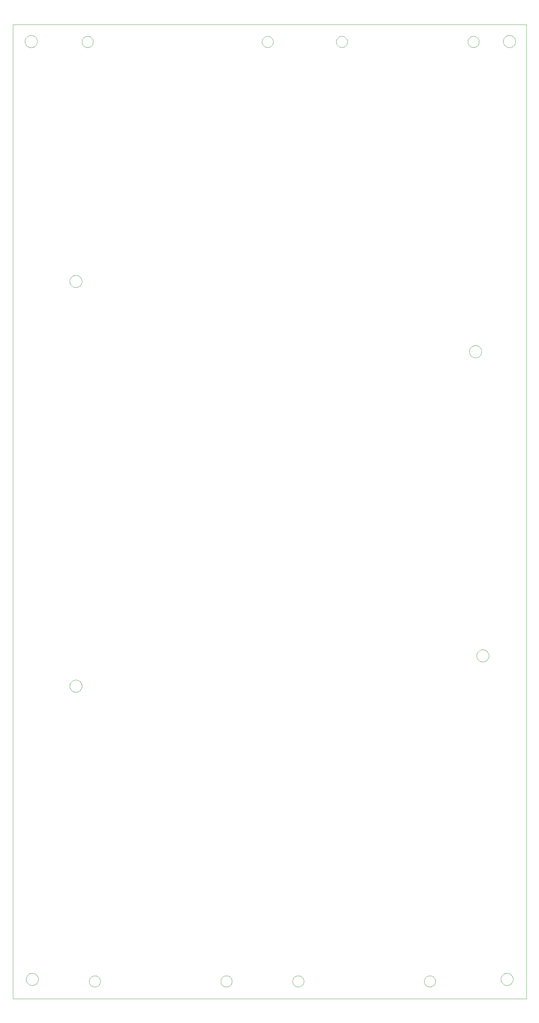
<source format=gm1>
G75*
G70*
%OFA0B0*%
%FSLAX24Y24*%
%IPPOS*%
%LPD*%
%AMOC8*
5,1,8,0,0,1.08239X$1,22.5*
%
%ADD10C,0.0000*%
D10*
X000100Y002625D02*
X000100Y103125D01*
X053100Y103125D01*
X053100Y002625D01*
X000100Y002625D01*
X001470Y004625D02*
X001472Y004675D01*
X001478Y004725D01*
X001488Y004774D01*
X001502Y004822D01*
X001519Y004869D01*
X001540Y004914D01*
X001565Y004958D01*
X001593Y004999D01*
X001625Y005038D01*
X001659Y005075D01*
X001696Y005109D01*
X001736Y005139D01*
X001778Y005166D01*
X001822Y005190D01*
X001868Y005211D01*
X001915Y005227D01*
X001963Y005240D01*
X002013Y005249D01*
X002062Y005254D01*
X002113Y005255D01*
X002163Y005252D01*
X002212Y005245D01*
X002261Y005234D01*
X002309Y005219D01*
X002355Y005201D01*
X002400Y005179D01*
X002443Y005153D01*
X002484Y005124D01*
X002523Y005092D01*
X002559Y005057D01*
X002591Y005019D01*
X002621Y004979D01*
X002648Y004936D01*
X002671Y004892D01*
X002690Y004846D01*
X002706Y004798D01*
X002718Y004749D01*
X002726Y004700D01*
X002730Y004650D01*
X002730Y004600D01*
X002726Y004550D01*
X002718Y004501D01*
X002706Y004452D01*
X002690Y004404D01*
X002671Y004358D01*
X002648Y004314D01*
X002621Y004271D01*
X002591Y004231D01*
X002559Y004193D01*
X002523Y004158D01*
X002484Y004126D01*
X002443Y004097D01*
X002400Y004071D01*
X002355Y004049D01*
X002309Y004031D01*
X002261Y004016D01*
X002212Y004005D01*
X002163Y003998D01*
X002113Y003995D01*
X002062Y003996D01*
X002013Y004001D01*
X001963Y004010D01*
X001915Y004023D01*
X001868Y004039D01*
X001822Y004060D01*
X001778Y004084D01*
X001736Y004111D01*
X001696Y004141D01*
X001659Y004175D01*
X001625Y004212D01*
X001593Y004251D01*
X001565Y004292D01*
X001540Y004336D01*
X001519Y004381D01*
X001502Y004428D01*
X001488Y004476D01*
X001478Y004525D01*
X001472Y004575D01*
X001470Y004625D01*
X007980Y004415D02*
X007982Y004463D01*
X007988Y004510D01*
X007998Y004557D01*
X008011Y004603D01*
X008029Y004648D01*
X008050Y004691D01*
X008074Y004732D01*
X008102Y004771D01*
X008133Y004808D01*
X008167Y004842D01*
X008204Y004873D01*
X008243Y004901D01*
X008284Y004925D01*
X008327Y004946D01*
X008372Y004964D01*
X008418Y004977D01*
X008465Y004987D01*
X008512Y004993D01*
X008560Y004995D01*
X008608Y004993D01*
X008655Y004987D01*
X008702Y004977D01*
X008748Y004964D01*
X008793Y004946D01*
X008836Y004925D01*
X008877Y004901D01*
X008916Y004873D01*
X008953Y004842D01*
X008987Y004808D01*
X009018Y004771D01*
X009046Y004732D01*
X009070Y004691D01*
X009091Y004648D01*
X009109Y004603D01*
X009122Y004557D01*
X009132Y004510D01*
X009138Y004463D01*
X009140Y004415D01*
X009138Y004367D01*
X009132Y004320D01*
X009122Y004273D01*
X009109Y004227D01*
X009091Y004182D01*
X009070Y004139D01*
X009046Y004098D01*
X009018Y004059D01*
X008987Y004022D01*
X008953Y003988D01*
X008916Y003957D01*
X008877Y003929D01*
X008836Y003905D01*
X008793Y003884D01*
X008748Y003866D01*
X008702Y003853D01*
X008655Y003843D01*
X008608Y003837D01*
X008560Y003835D01*
X008512Y003837D01*
X008465Y003843D01*
X008418Y003853D01*
X008372Y003866D01*
X008327Y003884D01*
X008284Y003905D01*
X008243Y003929D01*
X008204Y003957D01*
X008167Y003988D01*
X008133Y004022D01*
X008102Y004059D01*
X008074Y004098D01*
X008050Y004139D01*
X008029Y004182D01*
X008011Y004227D01*
X007998Y004273D01*
X007988Y004320D01*
X007982Y004367D01*
X007980Y004415D01*
X021560Y004415D02*
X021562Y004463D01*
X021568Y004510D01*
X021578Y004557D01*
X021591Y004603D01*
X021609Y004648D01*
X021630Y004691D01*
X021654Y004732D01*
X021682Y004771D01*
X021713Y004808D01*
X021747Y004842D01*
X021784Y004873D01*
X021823Y004901D01*
X021864Y004925D01*
X021907Y004946D01*
X021952Y004964D01*
X021998Y004977D01*
X022045Y004987D01*
X022092Y004993D01*
X022140Y004995D01*
X022188Y004993D01*
X022235Y004987D01*
X022282Y004977D01*
X022328Y004964D01*
X022373Y004946D01*
X022416Y004925D01*
X022457Y004901D01*
X022496Y004873D01*
X022533Y004842D01*
X022567Y004808D01*
X022598Y004771D01*
X022626Y004732D01*
X022650Y004691D01*
X022671Y004648D01*
X022689Y004603D01*
X022702Y004557D01*
X022712Y004510D01*
X022718Y004463D01*
X022720Y004415D01*
X022718Y004367D01*
X022712Y004320D01*
X022702Y004273D01*
X022689Y004227D01*
X022671Y004182D01*
X022650Y004139D01*
X022626Y004098D01*
X022598Y004059D01*
X022567Y004022D01*
X022533Y003988D01*
X022496Y003957D01*
X022457Y003929D01*
X022416Y003905D01*
X022373Y003884D01*
X022328Y003866D01*
X022282Y003853D01*
X022235Y003843D01*
X022188Y003837D01*
X022140Y003835D01*
X022092Y003837D01*
X022045Y003843D01*
X021998Y003853D01*
X021952Y003866D01*
X021907Y003884D01*
X021864Y003905D01*
X021823Y003929D01*
X021784Y003957D01*
X021747Y003988D01*
X021713Y004022D01*
X021682Y004059D01*
X021654Y004098D01*
X021630Y004139D01*
X021609Y004182D01*
X021591Y004227D01*
X021578Y004273D01*
X021568Y004320D01*
X021562Y004367D01*
X021560Y004415D01*
X028980Y004415D02*
X028982Y004463D01*
X028988Y004510D01*
X028998Y004557D01*
X029011Y004603D01*
X029029Y004648D01*
X029050Y004691D01*
X029074Y004732D01*
X029102Y004771D01*
X029133Y004808D01*
X029167Y004842D01*
X029204Y004873D01*
X029243Y004901D01*
X029284Y004925D01*
X029327Y004946D01*
X029372Y004964D01*
X029418Y004977D01*
X029465Y004987D01*
X029512Y004993D01*
X029560Y004995D01*
X029608Y004993D01*
X029655Y004987D01*
X029702Y004977D01*
X029748Y004964D01*
X029793Y004946D01*
X029836Y004925D01*
X029877Y004901D01*
X029916Y004873D01*
X029953Y004842D01*
X029987Y004808D01*
X030018Y004771D01*
X030046Y004732D01*
X030070Y004691D01*
X030091Y004648D01*
X030109Y004603D01*
X030122Y004557D01*
X030132Y004510D01*
X030138Y004463D01*
X030140Y004415D01*
X030138Y004367D01*
X030132Y004320D01*
X030122Y004273D01*
X030109Y004227D01*
X030091Y004182D01*
X030070Y004139D01*
X030046Y004098D01*
X030018Y004059D01*
X029987Y004022D01*
X029953Y003988D01*
X029916Y003957D01*
X029877Y003929D01*
X029836Y003905D01*
X029793Y003884D01*
X029748Y003866D01*
X029702Y003853D01*
X029655Y003843D01*
X029608Y003837D01*
X029560Y003835D01*
X029512Y003837D01*
X029465Y003843D01*
X029418Y003853D01*
X029372Y003866D01*
X029327Y003884D01*
X029284Y003905D01*
X029243Y003929D01*
X029204Y003957D01*
X029167Y003988D01*
X029133Y004022D01*
X029102Y004059D01*
X029074Y004098D01*
X029050Y004139D01*
X029029Y004182D01*
X029011Y004227D01*
X028998Y004273D01*
X028988Y004320D01*
X028982Y004367D01*
X028980Y004415D01*
X042560Y004415D02*
X042562Y004463D01*
X042568Y004510D01*
X042578Y004557D01*
X042591Y004603D01*
X042609Y004648D01*
X042630Y004691D01*
X042654Y004732D01*
X042682Y004771D01*
X042713Y004808D01*
X042747Y004842D01*
X042784Y004873D01*
X042823Y004901D01*
X042864Y004925D01*
X042907Y004946D01*
X042952Y004964D01*
X042998Y004977D01*
X043045Y004987D01*
X043092Y004993D01*
X043140Y004995D01*
X043188Y004993D01*
X043235Y004987D01*
X043282Y004977D01*
X043328Y004964D01*
X043373Y004946D01*
X043416Y004925D01*
X043457Y004901D01*
X043496Y004873D01*
X043533Y004842D01*
X043567Y004808D01*
X043598Y004771D01*
X043626Y004732D01*
X043650Y004691D01*
X043671Y004648D01*
X043689Y004603D01*
X043702Y004557D01*
X043712Y004510D01*
X043718Y004463D01*
X043720Y004415D01*
X043718Y004367D01*
X043712Y004320D01*
X043702Y004273D01*
X043689Y004227D01*
X043671Y004182D01*
X043650Y004139D01*
X043626Y004098D01*
X043598Y004059D01*
X043567Y004022D01*
X043533Y003988D01*
X043496Y003957D01*
X043457Y003929D01*
X043416Y003905D01*
X043373Y003884D01*
X043328Y003866D01*
X043282Y003853D01*
X043235Y003843D01*
X043188Y003837D01*
X043140Y003835D01*
X043092Y003837D01*
X043045Y003843D01*
X042998Y003853D01*
X042952Y003866D01*
X042907Y003884D01*
X042864Y003905D01*
X042823Y003929D01*
X042784Y003957D01*
X042747Y003988D01*
X042713Y004022D01*
X042682Y004059D01*
X042654Y004098D01*
X042630Y004139D01*
X042609Y004182D01*
X042591Y004227D01*
X042578Y004273D01*
X042568Y004320D01*
X042562Y004367D01*
X042560Y004415D01*
X050470Y004625D02*
X050472Y004675D01*
X050478Y004725D01*
X050488Y004774D01*
X050502Y004822D01*
X050519Y004869D01*
X050540Y004914D01*
X050565Y004958D01*
X050593Y004999D01*
X050625Y005038D01*
X050659Y005075D01*
X050696Y005109D01*
X050736Y005139D01*
X050778Y005166D01*
X050822Y005190D01*
X050868Y005211D01*
X050915Y005227D01*
X050963Y005240D01*
X051013Y005249D01*
X051062Y005254D01*
X051113Y005255D01*
X051163Y005252D01*
X051212Y005245D01*
X051261Y005234D01*
X051309Y005219D01*
X051355Y005201D01*
X051400Y005179D01*
X051443Y005153D01*
X051484Y005124D01*
X051523Y005092D01*
X051559Y005057D01*
X051591Y005019D01*
X051621Y004979D01*
X051648Y004936D01*
X051671Y004892D01*
X051690Y004846D01*
X051706Y004798D01*
X051718Y004749D01*
X051726Y004700D01*
X051730Y004650D01*
X051730Y004600D01*
X051726Y004550D01*
X051718Y004501D01*
X051706Y004452D01*
X051690Y004404D01*
X051671Y004358D01*
X051648Y004314D01*
X051621Y004271D01*
X051591Y004231D01*
X051559Y004193D01*
X051523Y004158D01*
X051484Y004126D01*
X051443Y004097D01*
X051400Y004071D01*
X051355Y004049D01*
X051309Y004031D01*
X051261Y004016D01*
X051212Y004005D01*
X051163Y003998D01*
X051113Y003995D01*
X051062Y003996D01*
X051013Y004001D01*
X050963Y004010D01*
X050915Y004023D01*
X050868Y004039D01*
X050822Y004060D01*
X050778Y004084D01*
X050736Y004111D01*
X050696Y004141D01*
X050659Y004175D01*
X050625Y004212D01*
X050593Y004251D01*
X050565Y004292D01*
X050540Y004336D01*
X050519Y004381D01*
X050502Y004428D01*
X050488Y004476D01*
X050478Y004525D01*
X050472Y004575D01*
X050470Y004625D01*
X047970Y038000D02*
X047972Y038050D01*
X047978Y038100D01*
X047988Y038149D01*
X048002Y038197D01*
X048019Y038244D01*
X048040Y038289D01*
X048065Y038333D01*
X048093Y038374D01*
X048125Y038413D01*
X048159Y038450D01*
X048196Y038484D01*
X048236Y038514D01*
X048278Y038541D01*
X048322Y038565D01*
X048368Y038586D01*
X048415Y038602D01*
X048463Y038615D01*
X048513Y038624D01*
X048562Y038629D01*
X048613Y038630D01*
X048663Y038627D01*
X048712Y038620D01*
X048761Y038609D01*
X048809Y038594D01*
X048855Y038576D01*
X048900Y038554D01*
X048943Y038528D01*
X048984Y038499D01*
X049023Y038467D01*
X049059Y038432D01*
X049091Y038394D01*
X049121Y038354D01*
X049148Y038311D01*
X049171Y038267D01*
X049190Y038221D01*
X049206Y038173D01*
X049218Y038124D01*
X049226Y038075D01*
X049230Y038025D01*
X049230Y037975D01*
X049226Y037925D01*
X049218Y037876D01*
X049206Y037827D01*
X049190Y037779D01*
X049171Y037733D01*
X049148Y037689D01*
X049121Y037646D01*
X049091Y037606D01*
X049059Y037568D01*
X049023Y037533D01*
X048984Y037501D01*
X048943Y037472D01*
X048900Y037446D01*
X048855Y037424D01*
X048809Y037406D01*
X048761Y037391D01*
X048712Y037380D01*
X048663Y037373D01*
X048613Y037370D01*
X048562Y037371D01*
X048513Y037376D01*
X048463Y037385D01*
X048415Y037398D01*
X048368Y037414D01*
X048322Y037435D01*
X048278Y037459D01*
X048236Y037486D01*
X048196Y037516D01*
X048159Y037550D01*
X048125Y037587D01*
X048093Y037626D01*
X048065Y037667D01*
X048040Y037711D01*
X048019Y037756D01*
X048002Y037803D01*
X047988Y037851D01*
X047978Y037900D01*
X047972Y037950D01*
X047970Y038000D01*
X047220Y069375D02*
X047222Y069425D01*
X047228Y069475D01*
X047238Y069524D01*
X047252Y069572D01*
X047269Y069619D01*
X047290Y069664D01*
X047315Y069708D01*
X047343Y069749D01*
X047375Y069788D01*
X047409Y069825D01*
X047446Y069859D01*
X047486Y069889D01*
X047528Y069916D01*
X047572Y069940D01*
X047618Y069961D01*
X047665Y069977D01*
X047713Y069990D01*
X047763Y069999D01*
X047812Y070004D01*
X047863Y070005D01*
X047913Y070002D01*
X047962Y069995D01*
X048011Y069984D01*
X048059Y069969D01*
X048105Y069951D01*
X048150Y069929D01*
X048193Y069903D01*
X048234Y069874D01*
X048273Y069842D01*
X048309Y069807D01*
X048341Y069769D01*
X048371Y069729D01*
X048398Y069686D01*
X048421Y069642D01*
X048440Y069596D01*
X048456Y069548D01*
X048468Y069499D01*
X048476Y069450D01*
X048480Y069400D01*
X048480Y069350D01*
X048476Y069300D01*
X048468Y069251D01*
X048456Y069202D01*
X048440Y069154D01*
X048421Y069108D01*
X048398Y069064D01*
X048371Y069021D01*
X048341Y068981D01*
X048309Y068943D01*
X048273Y068908D01*
X048234Y068876D01*
X048193Y068847D01*
X048150Y068821D01*
X048105Y068799D01*
X048059Y068781D01*
X048011Y068766D01*
X047962Y068755D01*
X047913Y068748D01*
X047863Y068745D01*
X047812Y068746D01*
X047763Y068751D01*
X047713Y068760D01*
X047665Y068773D01*
X047618Y068789D01*
X047572Y068810D01*
X047528Y068834D01*
X047486Y068861D01*
X047446Y068891D01*
X047409Y068925D01*
X047375Y068962D01*
X047343Y069001D01*
X047315Y069042D01*
X047290Y069086D01*
X047269Y069131D01*
X047252Y069178D01*
X047238Y069226D01*
X047228Y069275D01*
X047222Y069325D01*
X047220Y069375D01*
X047060Y101335D02*
X047062Y101383D01*
X047068Y101430D01*
X047078Y101477D01*
X047091Y101523D01*
X047109Y101568D01*
X047130Y101611D01*
X047154Y101652D01*
X047182Y101691D01*
X047213Y101728D01*
X047247Y101762D01*
X047284Y101793D01*
X047323Y101821D01*
X047364Y101845D01*
X047407Y101866D01*
X047452Y101884D01*
X047498Y101897D01*
X047545Y101907D01*
X047592Y101913D01*
X047640Y101915D01*
X047688Y101913D01*
X047735Y101907D01*
X047782Y101897D01*
X047828Y101884D01*
X047873Y101866D01*
X047916Y101845D01*
X047957Y101821D01*
X047996Y101793D01*
X048033Y101762D01*
X048067Y101728D01*
X048098Y101691D01*
X048126Y101652D01*
X048150Y101611D01*
X048171Y101568D01*
X048189Y101523D01*
X048202Y101477D01*
X048212Y101430D01*
X048218Y101383D01*
X048220Y101335D01*
X048218Y101287D01*
X048212Y101240D01*
X048202Y101193D01*
X048189Y101147D01*
X048171Y101102D01*
X048150Y101059D01*
X048126Y101018D01*
X048098Y100979D01*
X048067Y100942D01*
X048033Y100908D01*
X047996Y100877D01*
X047957Y100849D01*
X047916Y100825D01*
X047873Y100804D01*
X047828Y100786D01*
X047782Y100773D01*
X047735Y100763D01*
X047688Y100757D01*
X047640Y100755D01*
X047592Y100757D01*
X047545Y100763D01*
X047498Y100773D01*
X047452Y100786D01*
X047407Y100804D01*
X047364Y100825D01*
X047323Y100849D01*
X047284Y100877D01*
X047247Y100908D01*
X047213Y100942D01*
X047182Y100979D01*
X047154Y101018D01*
X047130Y101059D01*
X047109Y101102D01*
X047091Y101147D01*
X047078Y101193D01*
X047068Y101240D01*
X047062Y101287D01*
X047060Y101335D01*
X050720Y101375D02*
X050722Y101425D01*
X050728Y101475D01*
X050738Y101524D01*
X050752Y101572D01*
X050769Y101619D01*
X050790Y101664D01*
X050815Y101708D01*
X050843Y101749D01*
X050875Y101788D01*
X050909Y101825D01*
X050946Y101859D01*
X050986Y101889D01*
X051028Y101916D01*
X051072Y101940D01*
X051118Y101961D01*
X051165Y101977D01*
X051213Y101990D01*
X051263Y101999D01*
X051312Y102004D01*
X051363Y102005D01*
X051413Y102002D01*
X051462Y101995D01*
X051511Y101984D01*
X051559Y101969D01*
X051605Y101951D01*
X051650Y101929D01*
X051693Y101903D01*
X051734Y101874D01*
X051773Y101842D01*
X051809Y101807D01*
X051841Y101769D01*
X051871Y101729D01*
X051898Y101686D01*
X051921Y101642D01*
X051940Y101596D01*
X051956Y101548D01*
X051968Y101499D01*
X051976Y101450D01*
X051980Y101400D01*
X051980Y101350D01*
X051976Y101300D01*
X051968Y101251D01*
X051956Y101202D01*
X051940Y101154D01*
X051921Y101108D01*
X051898Y101064D01*
X051871Y101021D01*
X051841Y100981D01*
X051809Y100943D01*
X051773Y100908D01*
X051734Y100876D01*
X051693Y100847D01*
X051650Y100821D01*
X051605Y100799D01*
X051559Y100781D01*
X051511Y100766D01*
X051462Y100755D01*
X051413Y100748D01*
X051363Y100745D01*
X051312Y100746D01*
X051263Y100751D01*
X051213Y100760D01*
X051165Y100773D01*
X051118Y100789D01*
X051072Y100810D01*
X051028Y100834D01*
X050986Y100861D01*
X050946Y100891D01*
X050909Y100925D01*
X050875Y100962D01*
X050843Y101001D01*
X050815Y101042D01*
X050790Y101086D01*
X050769Y101131D01*
X050752Y101178D01*
X050738Y101226D01*
X050728Y101275D01*
X050722Y101325D01*
X050720Y101375D01*
X033480Y101335D02*
X033482Y101383D01*
X033488Y101430D01*
X033498Y101477D01*
X033511Y101523D01*
X033529Y101568D01*
X033550Y101611D01*
X033574Y101652D01*
X033602Y101691D01*
X033633Y101728D01*
X033667Y101762D01*
X033704Y101793D01*
X033743Y101821D01*
X033784Y101845D01*
X033827Y101866D01*
X033872Y101884D01*
X033918Y101897D01*
X033965Y101907D01*
X034012Y101913D01*
X034060Y101915D01*
X034108Y101913D01*
X034155Y101907D01*
X034202Y101897D01*
X034248Y101884D01*
X034293Y101866D01*
X034336Y101845D01*
X034377Y101821D01*
X034416Y101793D01*
X034453Y101762D01*
X034487Y101728D01*
X034518Y101691D01*
X034546Y101652D01*
X034570Y101611D01*
X034591Y101568D01*
X034609Y101523D01*
X034622Y101477D01*
X034632Y101430D01*
X034638Y101383D01*
X034640Y101335D01*
X034638Y101287D01*
X034632Y101240D01*
X034622Y101193D01*
X034609Y101147D01*
X034591Y101102D01*
X034570Y101059D01*
X034546Y101018D01*
X034518Y100979D01*
X034487Y100942D01*
X034453Y100908D01*
X034416Y100877D01*
X034377Y100849D01*
X034336Y100825D01*
X034293Y100804D01*
X034248Y100786D01*
X034202Y100773D01*
X034155Y100763D01*
X034108Y100757D01*
X034060Y100755D01*
X034012Y100757D01*
X033965Y100763D01*
X033918Y100773D01*
X033872Y100786D01*
X033827Y100804D01*
X033784Y100825D01*
X033743Y100849D01*
X033704Y100877D01*
X033667Y100908D01*
X033633Y100942D01*
X033602Y100979D01*
X033574Y101018D01*
X033550Y101059D01*
X033529Y101102D01*
X033511Y101147D01*
X033498Y101193D01*
X033488Y101240D01*
X033482Y101287D01*
X033480Y101335D01*
X025810Y101335D02*
X025812Y101383D01*
X025818Y101430D01*
X025828Y101477D01*
X025841Y101523D01*
X025859Y101568D01*
X025880Y101611D01*
X025904Y101652D01*
X025932Y101691D01*
X025963Y101728D01*
X025997Y101762D01*
X026034Y101793D01*
X026073Y101821D01*
X026114Y101845D01*
X026157Y101866D01*
X026202Y101884D01*
X026248Y101897D01*
X026295Y101907D01*
X026342Y101913D01*
X026390Y101915D01*
X026438Y101913D01*
X026485Y101907D01*
X026532Y101897D01*
X026578Y101884D01*
X026623Y101866D01*
X026666Y101845D01*
X026707Y101821D01*
X026746Y101793D01*
X026783Y101762D01*
X026817Y101728D01*
X026848Y101691D01*
X026876Y101652D01*
X026900Y101611D01*
X026921Y101568D01*
X026939Y101523D01*
X026952Y101477D01*
X026962Y101430D01*
X026968Y101383D01*
X026970Y101335D01*
X026968Y101287D01*
X026962Y101240D01*
X026952Y101193D01*
X026939Y101147D01*
X026921Y101102D01*
X026900Y101059D01*
X026876Y101018D01*
X026848Y100979D01*
X026817Y100942D01*
X026783Y100908D01*
X026746Y100877D01*
X026707Y100849D01*
X026666Y100825D01*
X026623Y100804D01*
X026578Y100786D01*
X026532Y100773D01*
X026485Y100763D01*
X026438Y100757D01*
X026390Y100755D01*
X026342Y100757D01*
X026295Y100763D01*
X026248Y100773D01*
X026202Y100786D01*
X026157Y100804D01*
X026114Y100825D01*
X026073Y100849D01*
X026034Y100877D01*
X025997Y100908D01*
X025963Y100942D01*
X025932Y100979D01*
X025904Y101018D01*
X025880Y101059D01*
X025859Y101102D01*
X025841Y101147D01*
X025828Y101193D01*
X025818Y101240D01*
X025812Y101287D01*
X025810Y101335D01*
X007230Y101335D02*
X007232Y101383D01*
X007238Y101430D01*
X007248Y101477D01*
X007261Y101523D01*
X007279Y101568D01*
X007300Y101611D01*
X007324Y101652D01*
X007352Y101691D01*
X007383Y101728D01*
X007417Y101762D01*
X007454Y101793D01*
X007493Y101821D01*
X007534Y101845D01*
X007577Y101866D01*
X007622Y101884D01*
X007668Y101897D01*
X007715Y101907D01*
X007762Y101913D01*
X007810Y101915D01*
X007858Y101913D01*
X007905Y101907D01*
X007952Y101897D01*
X007998Y101884D01*
X008043Y101866D01*
X008086Y101845D01*
X008127Y101821D01*
X008166Y101793D01*
X008203Y101762D01*
X008237Y101728D01*
X008268Y101691D01*
X008296Y101652D01*
X008320Y101611D01*
X008341Y101568D01*
X008359Y101523D01*
X008372Y101477D01*
X008382Y101430D01*
X008388Y101383D01*
X008390Y101335D01*
X008388Y101287D01*
X008382Y101240D01*
X008372Y101193D01*
X008359Y101147D01*
X008341Y101102D01*
X008320Y101059D01*
X008296Y101018D01*
X008268Y100979D01*
X008237Y100942D01*
X008203Y100908D01*
X008166Y100877D01*
X008127Y100849D01*
X008086Y100825D01*
X008043Y100804D01*
X007998Y100786D01*
X007952Y100773D01*
X007905Y100763D01*
X007858Y100757D01*
X007810Y100755D01*
X007762Y100757D01*
X007715Y100763D01*
X007668Y100773D01*
X007622Y100786D01*
X007577Y100804D01*
X007534Y100825D01*
X007493Y100849D01*
X007454Y100877D01*
X007417Y100908D01*
X007383Y100942D01*
X007352Y100979D01*
X007324Y101018D01*
X007300Y101059D01*
X007279Y101102D01*
X007261Y101147D01*
X007248Y101193D01*
X007238Y101240D01*
X007232Y101287D01*
X007230Y101335D01*
X001345Y101375D02*
X001347Y101425D01*
X001353Y101475D01*
X001363Y101524D01*
X001377Y101572D01*
X001394Y101619D01*
X001415Y101664D01*
X001440Y101708D01*
X001468Y101749D01*
X001500Y101788D01*
X001534Y101825D01*
X001571Y101859D01*
X001611Y101889D01*
X001653Y101916D01*
X001697Y101940D01*
X001743Y101961D01*
X001790Y101977D01*
X001838Y101990D01*
X001888Y101999D01*
X001937Y102004D01*
X001988Y102005D01*
X002038Y102002D01*
X002087Y101995D01*
X002136Y101984D01*
X002184Y101969D01*
X002230Y101951D01*
X002275Y101929D01*
X002318Y101903D01*
X002359Y101874D01*
X002398Y101842D01*
X002434Y101807D01*
X002466Y101769D01*
X002496Y101729D01*
X002523Y101686D01*
X002546Y101642D01*
X002565Y101596D01*
X002581Y101548D01*
X002593Y101499D01*
X002601Y101450D01*
X002605Y101400D01*
X002605Y101350D01*
X002601Y101300D01*
X002593Y101251D01*
X002581Y101202D01*
X002565Y101154D01*
X002546Y101108D01*
X002523Y101064D01*
X002496Y101021D01*
X002466Y100981D01*
X002434Y100943D01*
X002398Y100908D01*
X002359Y100876D01*
X002318Y100847D01*
X002275Y100821D01*
X002230Y100799D01*
X002184Y100781D01*
X002136Y100766D01*
X002087Y100755D01*
X002038Y100748D01*
X001988Y100745D01*
X001937Y100746D01*
X001888Y100751D01*
X001838Y100760D01*
X001790Y100773D01*
X001743Y100789D01*
X001697Y100810D01*
X001653Y100834D01*
X001611Y100861D01*
X001571Y100891D01*
X001534Y100925D01*
X001500Y100962D01*
X001468Y101001D01*
X001440Y101042D01*
X001415Y101086D01*
X001394Y101131D01*
X001377Y101178D01*
X001363Y101226D01*
X001353Y101275D01*
X001347Y101325D01*
X001345Y101375D01*
X005970Y076625D02*
X005972Y076675D01*
X005978Y076725D01*
X005988Y076774D01*
X006002Y076822D01*
X006019Y076869D01*
X006040Y076914D01*
X006065Y076958D01*
X006093Y076999D01*
X006125Y077038D01*
X006159Y077075D01*
X006196Y077109D01*
X006236Y077139D01*
X006278Y077166D01*
X006322Y077190D01*
X006368Y077211D01*
X006415Y077227D01*
X006463Y077240D01*
X006513Y077249D01*
X006562Y077254D01*
X006613Y077255D01*
X006663Y077252D01*
X006712Y077245D01*
X006761Y077234D01*
X006809Y077219D01*
X006855Y077201D01*
X006900Y077179D01*
X006943Y077153D01*
X006984Y077124D01*
X007023Y077092D01*
X007059Y077057D01*
X007091Y077019D01*
X007121Y076979D01*
X007148Y076936D01*
X007171Y076892D01*
X007190Y076846D01*
X007206Y076798D01*
X007218Y076749D01*
X007226Y076700D01*
X007230Y076650D01*
X007230Y076600D01*
X007226Y076550D01*
X007218Y076501D01*
X007206Y076452D01*
X007190Y076404D01*
X007171Y076358D01*
X007148Y076314D01*
X007121Y076271D01*
X007091Y076231D01*
X007059Y076193D01*
X007023Y076158D01*
X006984Y076126D01*
X006943Y076097D01*
X006900Y076071D01*
X006855Y076049D01*
X006809Y076031D01*
X006761Y076016D01*
X006712Y076005D01*
X006663Y075998D01*
X006613Y075995D01*
X006562Y075996D01*
X006513Y076001D01*
X006463Y076010D01*
X006415Y076023D01*
X006368Y076039D01*
X006322Y076060D01*
X006278Y076084D01*
X006236Y076111D01*
X006196Y076141D01*
X006159Y076175D01*
X006125Y076212D01*
X006093Y076251D01*
X006065Y076292D01*
X006040Y076336D01*
X006019Y076381D01*
X006002Y076428D01*
X005988Y076476D01*
X005978Y076525D01*
X005972Y076575D01*
X005970Y076625D01*
X005970Y034875D02*
X005972Y034925D01*
X005978Y034975D01*
X005988Y035024D01*
X006002Y035072D01*
X006019Y035119D01*
X006040Y035164D01*
X006065Y035208D01*
X006093Y035249D01*
X006125Y035288D01*
X006159Y035325D01*
X006196Y035359D01*
X006236Y035389D01*
X006278Y035416D01*
X006322Y035440D01*
X006368Y035461D01*
X006415Y035477D01*
X006463Y035490D01*
X006513Y035499D01*
X006562Y035504D01*
X006613Y035505D01*
X006663Y035502D01*
X006712Y035495D01*
X006761Y035484D01*
X006809Y035469D01*
X006855Y035451D01*
X006900Y035429D01*
X006943Y035403D01*
X006984Y035374D01*
X007023Y035342D01*
X007059Y035307D01*
X007091Y035269D01*
X007121Y035229D01*
X007148Y035186D01*
X007171Y035142D01*
X007190Y035096D01*
X007206Y035048D01*
X007218Y034999D01*
X007226Y034950D01*
X007230Y034900D01*
X007230Y034850D01*
X007226Y034800D01*
X007218Y034751D01*
X007206Y034702D01*
X007190Y034654D01*
X007171Y034608D01*
X007148Y034564D01*
X007121Y034521D01*
X007091Y034481D01*
X007059Y034443D01*
X007023Y034408D01*
X006984Y034376D01*
X006943Y034347D01*
X006900Y034321D01*
X006855Y034299D01*
X006809Y034281D01*
X006761Y034266D01*
X006712Y034255D01*
X006663Y034248D01*
X006613Y034245D01*
X006562Y034246D01*
X006513Y034251D01*
X006463Y034260D01*
X006415Y034273D01*
X006368Y034289D01*
X006322Y034310D01*
X006278Y034334D01*
X006236Y034361D01*
X006196Y034391D01*
X006159Y034425D01*
X006125Y034462D01*
X006093Y034501D01*
X006065Y034542D01*
X006040Y034586D01*
X006019Y034631D01*
X006002Y034678D01*
X005988Y034726D01*
X005978Y034775D01*
X005972Y034825D01*
X005970Y034875D01*
M02*

</source>
